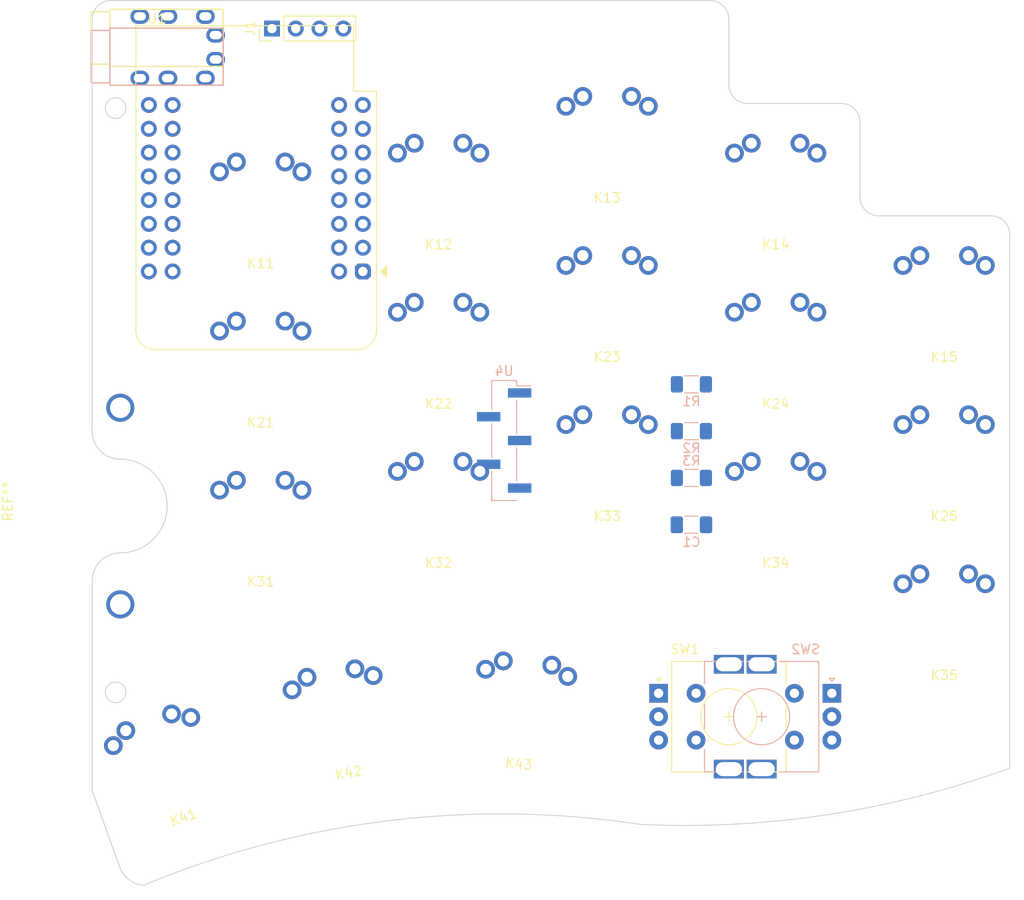
<source format=kicad_pcb>
(kicad_pcb (version 20211014) (generator pcbnew)
  (layers (0 "F.Cu" signal) (31 "B.Cu" signal) (34 "B.Paste" user) (35 "F.Paste" user) (36 "B.SilkS" user "B.Silkscreen") (37 "F.SilkS" user "F.Silkscreen") (38 "B.Mask" user) (39 "F.Mask" user) (44 "Edge.Cuts" user))
  (net 0 "")
  (net 1 "+5V")
  (net 2 "TP_RST")
  (net 3 "SDA")
  (net 4 "SCL")
  (net 5 "+3V3")
  (net 6 "GND")
  (net 7 "/k11")
  (net 8 "/k12")
  (net 9 "/k13")
  (net 10 "/k14")
  (net 11 "/k15")
  (net 12 "/k21")
  (net 13 "/k22")
  (net 14 "/k23")
  (net 15 "/k24")
  (net 16 "/k25")
  (net 17 "/k31")
  (net 18 "/k32")
  (net 19 "/k33")
  (net 20 "/k34")
  (net 21 "/k35")
  (net 22 "/k41")
  (net 23 "/k42")
  (net 24 "/k43")
  (net 25 "TP_CLK")
  (net 26 "TP_DAT")
  (net 27 "ENA")
  (net 28 "ENB")
  (net 29 "/k44")
  (footprint "kwkb-footprint:Gateron Choc Reversible" (layer "F.Cu") (at 173.5 125.5 10)
    (fp_text reference "K42" (at 0 5.08 10 unlocked) (layer "F.SilkS"))
    (fp_text value "KEYSW")
    (pad "" np_thru_hole circle (at 0 0 10) (size 3.5 3.5) (drill 3.5) (layers F&B.Cu *.Mask))
    (pad "1" thru_hole circle (at -4.4 -4.7 10) (size 2 2) (drill 1.2) (layers *.Cu *.Mask) (net 6 "GND"))
    (pad "1" thru_hole circle (at -2.6 -5.75 10) (size 2 2) (drill 1.2) (layers *.Cu *.Mask) (net 6 "GND"))
    (pad "2" thru_hole circle (at 4.4 -4.7 10) (size 2 2) (drill 1.2) (layers *.Cu *.Mask) (net 23 "/k42"))
    (pad "2" thru_hole circle (at 2.6 -5.75 10) (size 2 2) (drill 1.2) (layers *.Cu *.Mask) (net 23 "/k42"))
  )
  (footprint "kwkb-footprint:WEMOS_S2_mini" (layer "F.Cu") (at 175.9125 76.945 180)
    (fp_text reference "U1" (at 22 27) (layer "F.SilkS"))
    (fp_text value "wemos-esp32-s2-mini")
    (fp_line (start 24.25 26.25) (end 24.25 -6.3) (layer "F.SilkS") (width 0.12))
    (fp_line (start -1.45 19.25) (end 1 19.25) (layer "F.SilkS") (width 0.12))
    (fp_line (start 1 19.25) (end 1 26.25) (layer "F.SilkS") (width 0.12))
    (fp_line (start 22.2 -8.35) (end 0.6 -8.35) (layer "F.SilkS") (width 0.12))
    (fp_line (start 1 26.25) (end 24.25 26.25) (layer "F.SilkS") (width 0.12))
    (fp_line (start -1.45 19.25) (end -1.45 -6.3) (layer "F.SilkS") (width 0.12))
    (fp_arc (start -1.45 -6.3) (mid -0.849569 -7.749569) (end 0.6 -8.35) (layer "F.SilkS") (width 0.12))
    (fp_arc (start 22.2 -8.35) (mid 23.649569 -7.749569) (end 24.25 -6.3) (layer "F.SilkS") (width 0.12))
    (fp_poly (pts (xy -2.54 -0.635) (xy -2.54 0.635) (xy -1.905 0)) (layer "F.SilkS") (width 0.12) (fill solid))
    (pad "1" thru_hole circle (at 2.54 0 180) (size 1.7 1.7) (drill 1) (layers *.Cu *.Mask))
    (pad "2" thru_hole roundrect (at 0 0 180) (size 1.7 1.7) (drill 1) (layers *.Cu *.Mask) (roundrect_rratio 0.35) (chamfer_ratio 0.2) (chamfer top_left bottom_right))
    (pad "3" thru_hole circle (at 2.54 2.54 180) (size 1.7 1.7) (drill 1) (layers *.Cu *.Mask))
    (pad "4" thru_hole circle (at 0 2.54 180) (size 1.7 1.7) (drill 1) (layers *.Cu *.Mask))
    (pad "5" thru_hole circle (at 2.54 5.08 180) (size 1.7 1.7) (drill 1) (layers *.Cu *.Mask))
    (pad "6" thru_hole circle (at 0 5.08 180) (size 1.7 1.7) (drill 1) (layers *.Cu *.Mask))
    (pad "7" thru_hole circle (at 2.54 7.62 180) (size 1.7 1.7) (drill 1) (layers *.Cu *.Mask))
    (pad "8" thru_hole circle (at 0 7.62 180) (size 1.7 1.7) (drill 1) (layers *.Cu *.Mask))
    (pad "9" thru_hole circle (at 2.54 10.16 180) (size 1.7 1.7) (drill 1) (layers *.Cu *.Mask))
    (pad "10" thru_hole circle (at 0 10.16 180) (size 1.7 1.7) (drill 1) (layers *.Cu *.Mask))
    (pad "11" thru_hole circle (at 2.54 12.7 180) (size 1.7 1.7) (drill 1) (layers *.Cu *.Mask))
    (pad "12" thru_hole circle (at 0 12.7 180) (size 1.7 1.7) (drill 1) (layers *.Cu *.Mask))
    (pad "13" thru_hole circle (at 2.54 15.24 180) (size 1.7 1.7) (drill 1) (layers *.Cu *.Mask))
    (pad "14" thru_hole circle (at 0 15.24 180) (size 1.7 1.7) (drill 1) (layers *.Cu *.Mask))
    (pad "15" thru_hole circle (at 2.54 17.78 180) (size 1.7 1.7) (drill 1) (layers *.Cu *.Mask))
    (pad "16" thru_hole circle (at 0 17.78 180) (size 1.7 1.7) (drill 1) (layers *.Cu *.Mask) (net 5 "+3V3"))
    (pad "17" thru_hole circle (at 22.86 17.78 180) (size 1.7 1.7) (drill 1) (layers *.Cu *.Mask) (net 1 "+5V"))
    (pad "18" thru_hole circle (at 20.32 17.78 180) (size 1.7 1.7) (drill 1) (layers *.Cu *.Mask))
    (pad "19" thru_hole circle (at 22.86 15.24 180) (size 1.7 1.7) (drill 1) (layers *.Cu *.Mask) (net 6 "GND"))
    (pad "20" thru_hole circle (at 20.32 15.24 180) (size 1.7 1.7) (drill 1) (layers *.Cu *.Mask) (net 6 "GND"))
    (pad "21" thru_hole circle (at 22.86 12.7 180) (size 1.7 1.7) (drill 1) (layers *.Cu *.Mask))
    (pad "22" thru_hole circle (at 20.32 12.7 180) (size 1.7 1.7) (drill 1) (layers *.Cu *.Mask))
    (pad "23" thru_hole circle (at 22.86 10.16 180) (size 1.7 1.7) (drill 1) (layers *.Cu *.Mask))
    (pad "24" thru_hole circle (at 20.32 10.16 180) (size 1.7 1.7) (drill 1) (layers *.Cu *.Mask))
    (pad "25" thru_hole circle (at 22.86 7.62 180) (size 1.7 1.7) (drill 1) (layers *.Cu *.Mask))
    (pad "26" thru_hole circle (at 20.32 7.62 180) (size 1.7 1.7) (drill 1) (layers *.Cu *.Mask))
    (pad "27" thru_hole circle (at 22.86 5.08 180) (size 1.7 1.7) (drill 1) (layers *.Cu *.Mask))
    (pad "28" thru_hole circle (at 20.32 5.08 180) (size 1.7 1.7) (drill 1) (layers *.Cu *.Mask))
    (pad "29" thru_hole circle (at 22.86 2.54 180) (size 1.7 1.7) (drill 1) (layers *.Cu *.Mask))
    (pad "30" thru_hole circle (at 20.32 2.54 180) (size 1.7 1.7) (drill 1) (layers *.Cu *.Mask))
    (pad "31" thru_hole circle (at 22.86 0 180) (size 1.7 1.7) (drill 1) (layers *.Cu *.Mask))
    (pad "32" thru_hole circle (at 20.32 0 180) (size 1.7 1.7) (drill 1) (layers *.Cu *.Mask))
  )
  (footprint "kwkb-footprint:Gateron Choc Reversible" (layer "F.Cu") (at 238 115)
    (fp_text reference "K35" (at 0 5.08 unlocked) (layer "F.SilkS"))
    (fp_text value "KEYSW")
    (pad "" np_thru_hole circle (at 0 0) (size 3.5 3.5) (drill 3.5) (layers F&B.Cu *.Mask))
    (pad "1" thru_hole circle (at -2.6 -5.75) (size 2 2) (drill 1.2) (layers *.Cu *.Mask) (net 6 "GND"))
    (pad "1" thru_hole circle (at -4.4 -4.7) (size 2 2) (drill 1.2) (layers *.Cu *.Mask) (net 6 "GND"))
    (pad "2" thru_hole circle (at 4.4 -4.7) (size 2 2) (drill 1.2) (layers *.Cu *.Mask) (net 21 "/k35"))
    (pad "2" thru_hole circle (at 2.6 -5.75) (size 2 2) (drill 1.2) (layers *.Cu *.Mask) (net 21 "/k35"))
  )
  (footprint "kwkb-footprint:Gateron Choc Reversible" (layer "F.Cu") (at 165 88)
    (fp_text reference "K21" (at 0 5.08 unlocked) (layer "F.SilkS"))
    (fp_text value "KEYSW")
    (pad "" np_thru_hole circle (at 0 0) (size 3.5 3.5) (drill 3.5) (layers F&B.Cu *.Mask))
    (pad "1" thru_hole circle (at -4.4 -4.7) (size 2 2) (drill 1.2) (layers *.Cu *.Mask) (net 6 "GND"))
    (pad "1" thru_hole circle (at -2.6 -5.75) (size 2 2) (drill 1.2) (layers *.Cu *.Mask) (net 6 "GND"))
    (pad "2" thru_hole circle (at 4.4 -4.7) (size 2 2) (drill 1.2) (layers *.Cu *.Mask) (net 12 "/k21"))
    (pad "2" thru_hole circle (at 2.6 -5.75) (size 2 2) (drill 1.2) (layers *.Cu *.Mask) (net 12 "/k21"))
  )
  (footprint "kwkb-footprint:Gateron Choc Reversible" (layer "F.Cu") (at 220 103)
    (fp_text reference "K34" (at 0 5.08 unlocked) (layer "F.SilkS"))
    (fp_text value "KEYSW")
    (pad "" np_thru_hole circle (at 0 0) (size 3.5 3.5) (drill 3.5) (layers F&B.Cu *.Mask))
    (pad "1" thru_hole circle (at -2.6 -5.75) (size 2 2) (drill 1.2) (layers *.Cu *.Mask) (net 6 "GND"))
    (pad "1" thru_hole circle (at -4.4 -4.7) (size 2 2) (drill 1.2) (layers *.Cu *.Mask) (net 6 "GND"))
    (pad "2" thru_hole circle (at 2.6 -5.75) (size 2 2) (drill 1.2) (layers *.Cu *.Mask) (net 20 "/k34"))
    (pad "2" thru_hole circle (at 4.4 -4.7) (size 2 2) (drill 1.2) (layers *.Cu *.Mask) (net 20 "/k34"))
  )
  (footprint "Connector_PinHeader_2.54mm:PinHeader_1x04_P2.54mm_Vertical" (layer "F.Cu") (at 166.2 51 90)
    (fp_text reference "J1" (at 0 -2.33 90) (layer "F.SilkS"))
    (fp_text value "OLED")
    (fp_line (start -1.33 -1.33) (end 0 -1.33) (layer "F.SilkS") (width 0.12))
    (fp_line (start -1.33 1.27) (end -1.33 8.95) (layer "F.SilkS") (width 0.12))
    (fp_line (start -1.33 8.95) (end 1.33 8.95) (layer "F.SilkS") (width 0.12))
    (fp_line (start 1.33 1.27) (end 1.33 8.95) (layer "F.SilkS") (width 0.12))
    (fp_line (start -1.33 0) (end -1.33 -1.33) (layer "F.SilkS") (width 0.12))
    (fp_line (start -1.33 1.27) (end 1.33 1.27) (layer "F.SilkS") (width 0.12))
    (pad "1" thru_hole rect (at 0 0 90) (size 1.7 1.7) (drill 1) (layers *.Cu *.Mask) (net 3 "SDA"))
    (pad "2" thru_hole oval (at 0 2.54 90) (size 1.7 1.7) (drill 1) (layers *.Cu *.Mask) (net 4 "SCL"))
    (pad "3" thru_hole oval (at 0 5.08 90) (size 1.7 1.7) (drill 1) (layers *.Cu *.Mask) (net 5 "+3V3"))
    (pad "4" thru_hole oval (at 0 7.62 90) (size 1.7 1.7) (drill 1) (layers *.Cu *.Mask) (net 6 "GND"))
  )
  (footprint "kwkb-footprint:Gateron Choc Reversible" (layer "F.Cu") (at 184 69)
    (fp_text reference "K12" (at 0 5.08 unlocked) (layer "F.SilkS"))
    (fp_text value "KEYSW")
    (pad "" np_thru_hole circle (at 0 0) (size 3.5 3.5) (drill 3.5) (layers F&B.Cu *.Mask))
    (pad "1" thru_hole circle (at -4.4 -4.7) (size 2 2) (drill 1.2) (layers *.Cu *.Mask) (net 6 "GND"))
    (pad "1" thru_hole circle (at -2.6 -5.75) (size 2 2) (drill 1.2) (layers *.Cu *.Mask) (net 6 "GND"))
    (pad "2" thru_hole circle (at 4.4 -4.7) (size 2 2) (drill 1.2) (layers *.Cu *.Mask) (net 8 "/k12"))
    (pad "2" thru_hole circle (at 2.6 -5.75) (size 2 2) (drill 1.2) (layers *.Cu *.Mask) (net 8 "/k12"))
  )
  (footprint "kwkb-footprint:Gateron Choc Reversible" (layer "F.Cu") (at 184 103)
    (fp_text reference "K32" (at 0 5.08 unlocked) (layer "F.SilkS"))
    (fp_text value "KEYSW")
    (pad "" np_thru_hole circle (at 0 0) (size 3.5 3.5) (drill 3.5) (layers F&B.Cu *.Mask))
    (pad "1" thru_hole circle (at -2.6 -5.75) (size 2 2) (drill 1.2) (layers *.Cu *.Mask) (net 6 "GND"))
    (pad "1" thru_hole circle (at -4.4 -4.7) (size 2 2) (drill 1.2) (layers *.Cu *.Mask) (net 6 "GND"))
    (pad "2" thru_hole circle (at 2.6 -5.75) (size 2 2) (drill 1.2) (layers *.Cu *.Mask) (net 18 "/k32"))
    (pad "2" thru_hole circle (at 4.4 -4.7) (size 2 2) (drill 1.2) (layers *.Cu *.Mask) (net 18 "/k32"))
  )
  (footprint "kwkb-footprint:Gateron Choc Reversible" (layer "F.Cu") (at 165 71)
    (fp_text reference "K11" (at 0 5.08 unlocked) (layer "F.SilkS"))
    (fp_text value "KEYSW")
    (pad "" np_thru_hole circle (at 0 0) (size 3.5 3.5) (drill 3.5) (layers F&B.Cu *.Mask))
    (pad "1" thru_hole circle (at -2.6 -5.75) (size 2 2) (drill 1.2) (layers *.Cu *.Mask) (net 6 "GND"))
    (pad "1" thru_hole circle (at -4.4 -4.7) (size 2 2) (drill 1.2) (layers *.Cu *.Mask) (net 6 "GND"))
    (pad "2" thru_hole circle (at 4.4 -4.7) (size 2 2) (drill 1.2) (layers *.Cu *.Mask) (net 7 "/k11"))
    (pad "2" thru_hole circle (at 2.6 -5.75) (size 2 2) (drill 1.2) (layers *.Cu *.Mask) (net 7 "/k11"))
  )
  (footprint "kwkb-footprint:T400-Trackpoint" (layer "F.Cu") (at 142 102 90)
    (fp_text reference "REF**" (at 0.5 -4 90 unlocked) (layer "F.SilkS"))
    (fp_text value "T400-Trackpoint")
    (pad "" np_thru_hole circle (at -10.5 8 90) (size 3 3) (drill 2.2) (layers F&B.Cu *.Mask))
    (pad "" np_thru_hole circle (at 10.5 8 90) (size 3 3) (drill 2.2) (layers F&B.Cu *.Mask))
  )
  (footprint "kwkb-footprint:Gateron Choc Reversible" (layer "F.Cu") (at 165 105)
    (fp_text reference "K31" (at 0 5.08 unlocked) (layer "F.SilkS"))
    (fp_text value "KEYSW")
    (pad "" np_thru_hole circle (at 0 0) (size 3.5 3.5) (drill 3.5) (layers F&B.Cu *.Mask))
    (pad "1" thru_hole circle (at -2.6 -5.75) (size 2 2) (drill 1.2) (layers *.Cu *.Mask) (net 6 "GND"))
    (pad "1" thru_hole circle (at -4.4 -4.7) (size 2 2) (drill 1.2) (layers *.Cu *.Mask) (net 6 "GND"))
    (pad "2" thru_hole circle (at 2.6 -5.75) (size 2 2) (drill 1.2) (layers *.Cu *.Mask) (net 17 "/k31"))
    (pad "2" thru_hole circle (at 4.4 -4.7) (size 2 2) (drill 1.2) (layers *.Cu *.Mask) (net 17 "/k31"))
  )
  (footprint "kwkb-footprint:Gateron Choc Reversible" (layer "F.Cu") (at 184 86)
    (fp_text reference "K22" (at 0 5.08 unlocked) (layer "F.SilkS"))
    (fp_text value "KEYSW")
    (pad "" np_thru_hole circle (at 0 0) (size 3.5 3.5) (drill 3.5) (layers F&B.Cu *.Mask))
    (pad "1" thru_hole circle (at -2.6 -5.75) (size 2 2) (drill 1.2) (layers *.Cu *.Mask) (net 6 "GND"))
    (pad "1" thru_hole circle (at -4.4 -4.7) (size 2 2) (drill 1.2) (layers *.Cu *.Mask) (net 6 "GND"))
    (pad "2" thru_hole circle (at 4.4 -4.7) (size 2 2) (drill 1.2) (layers *.Cu *.Mask) (net 13 "/k22"))
    (pad "2" thru_hole circle (at 2.6 -5.75) (size 2 2) (drill 1.2) (layers *.Cu *.Mask) (net 13 "/k22"))
  )
  (footprint "Rotary_Encoder:RotaryEncoder_Alps_EC11E-Switch_Vertical_H20mm" (layer "F.Cu") (at 207.5 122)
    (fp_text reference "SW1" (at 2.8 -4.7) (layer "F.SilkS"))
    (fp_text value "RotaryEncoder_Switch")
    (fp_line (start 13.6 1.2) (end 13.6 3.8) (layer "F.SilkS") (width 0.12))
    (fp_line (start 5.5 8.4) (end 1.4 8.4) (layer "F.SilkS") (width 0.12))
    (fp_line (start 7 2.5) (end 8 2.5) (layer "F.SilkS") (width 0.12))
    (fp_line (start 0.3 -1.6) (end 0 -1.3) (layer "F.SilkS") (width 0.12))
    (fp_line (start 9.5 -3.4) (end 13.6 -3.4) (layer "F.SilkS") (width 0.12))
    (fp_line (start 0 -1.3) (end -0.3 -1.6) (layer "F.SilkS") (width 0.12))
    (fp_line (start 13.6 6) (end 13.6 8.4) (layer "F.SilkS") (width 0.12))
    (fp_line (start 13.6 -3.4) (end 13.6 -1) (layer "F.SilkS") (width 0.12))
    (fp_line (start 5.5 -3.4) (end 1.4 -3.4) (layer "F.SilkS") (width 0.12))
    (fp_line (start -0.3 -1.6) (end 0.3 -1.6) (layer "F.SilkS") (width 0.12))
    (fp_line (start 7.5 2) (end 7.5 3) (layer "F.SilkS") (width 0.12))
    (fp_line (start 13.6 8.4) (end 9.5 8.4) (layer "F.SilkS") (width 0.12))
    (fp_line (start 1.4 -3.4) (end 1.4 8.4) (layer "F.SilkS") (width 0.12))
    (fp_circle (center 7.5 2.5) (end 10.5 2.5) (layer "F.SilkS") (width 0.12) (fill none))
    (pad "A" thru_hole rect (at 0 0) (size 2 2) (drill 1) (layers *.Cu *.Mask) (net 27 "ENA"))
    (pad "B" thru_hole circle (at 0 5) (size 2 2) (drill 1) (layers *.Cu *.Mask) (net 28 "ENB"))
    (pad "C" thru_hole circle (at 0 2.5) (size 2 2) (drill 1) (layers *.Cu *.Mask) (net 6 "GND"))
    (pad "MP" thru_hole rect (at 7.5 8.1) (size 3.2 2) (drill oval 2.8 1.5) (layers *.Cu *.Mask))
    (pad "MP" thru_hole rect (at 7.5 -3.1) (size 3.2 2) (drill oval 2.8 1.5) (layers *.Cu *.Mask))
    (pad "S1" thru_hole circle (at 14.5 5) (size 2 2) (drill 1) (layers *.Cu *.Mask) (net 6 "GND"))
    (pad "S2" thru_hole circle (at 14.5 0) (size 2 2) (drill 1) (layers *.Cu *.Mask) (net 29 "/k44"))
  )
  (footprint "kwkb-footprint:Gateron Choc Reversible" (layer "F.Cu") (at 202 81)
    (fp_text reference "K23" (at 0 5.08 unlocked) (layer "F.SilkS"))
    (fp_text value "KEYSW")
    (pad "" np_thru_hole circle (at 0 0) (size 3.5 3.5) (drill 3.5) (layers F&B.Cu *.Mask))
    (pad "1" thru_hole circle (at -4.4 -4.7) (size 2 2) (drill 1.2) (layers *.Cu *.Mask) (net 6 "GND"))
    (pad "1" thru_hole circle (at -2.6 -5.75) (size 2 2) (drill 1.2) (layers *.Cu *.Mask) (net 6 "GND"))
    (pad "2" thru_hole circle (at 4.4 -4.7) (size 2 2) (drill 1.2) (layers *.Cu *.Mask) (net 14 "/k23"))
    (pad "2" thru_hole circle (at 2.6 -5.75) (size 2 2) (drill 1.2) (layers *.Cu *.Mask) (net 14 "/k23"))
  )
  (footprint "kwkb-footprint:TRRS-PJ-320A" (layer "F.Cu") (at 148.8875 52 90)
    (fp_text reference "U2")
    (fp_text value "TRRS")
    (fp_line (start 3.05 0) (end -3.05 0) (layer "F.SilkS") (width 0.15))
    (fp_line (start 2.8 -2) (end -2.8 -2) (layer "F.SilkS") (width 0.15))
    (fp_line (start 3.05 12.1) (end -3.05 12.1) (layer "F.SilkS") (width 0.15))
    (fp_line (start 2.8 0) (end 2.8 -2) (layer "F.SilkS") (width 0.15))
    (fp_line (start -2.8 0) (end -2.8 -2) (layer "F.SilkS") (width 0.15))
    (fp_line (start -3.05 0) (end -3.05 12.1) (layer "F.SilkS") (width 0.15))
    (fp_line (start 3.05 0) (end 3.05 12.1) (layer "F.SilkS") (width 0.15))
    (pad "" np_thru_hole circle locked (at 0 1.6 90) (size 0.8 0.8) (drill 0.8) (layers *.Cu *.Mask))
    (pad "" np_thru_hole circle locked (at 0 8.6 90) (size 0.8 0.8) (drill 0.8) (layers *.Cu *.Mask))
    (pad "1" thru_hole oval locked (at -2.3 11.3 90) (size 1.6 2) (drill oval 0.9 1.3) (layers *.Cu *.Mask))
    (pad "2" thru_hole oval locked (at 2.3 10.2 90) (size 1.6 2) (drill oval 0.9 1.3) (layers *.Cu *.Mask))
    (pad "3" thru_hole oval locked (at 2.3 6.2 90) (size 1.6 2) (drill oval 0.9 1.3) (layers *.Cu *.Mask))
    (pad "4" thru_hole oval locked (at 2.3 3.2 90) (size 1.6 2) (drill oval 0.9 1.3) (layers *.Cu *.Mask))
  )
  (footprint "kwkb-footprint:Gateron Choc Reversible" (layer "F.Cu") (at 220 69)
    (fp_text reference "K14" (at 0 5.08 unlocked) (layer "F.SilkS"))
    (fp_text value "KEYSW")
    (pad "" np_thru_hole circle (at 0 0) (size 3.5 3.5) (drill 3.5) (layers F&B.Cu *.Mask))
    (pad "1" thru_hole circle (at -4.4 -4.7) (size 2 2) (drill 1.2) (layers *.Cu *.Mask) (net 6 "GND"))
    (pad "1" thru_hole circle (at -2.6 -5.75) (size 2 2) (drill 1.2) (layers *.Cu *.Mask) (net 6 "GND"))
    (pad "2" thru_hole circle (at 4.4 -4.7) (size 2 2) (drill 1.2) (layers *.Cu *.Mask) (net 10 "/k14"))
    (pad "2" thru_hole circle (at 2.6 -5.75) (size 2 2) (drill 1.2) (layers *.Cu *.Mask) (net 10 "/k14"))
  )
  (footprint "kwkb-footprint:Gateron Choc Reversible" (layer "F.Cu") (at 202 98)
    (fp_text reference "K33" (at 0 5.08 unlocked) (layer "F.SilkS"))
    (fp_text value "KEYSW")
    (pad "" np_thru_hole circle (at 0 0) (size 3.5 3.5) (drill 3.5) (layers F&B.Cu *.Mask))
    (pad "1" thru_hole circle (at -2.6 -5.75) (size 2 2) (drill 1.2) (layers *.Cu *.Mask) (net 6 "GND"))
    (pad "1" thru_hole circle (at -4.4 -4.7) (size 2 2) (drill 1.2) (layers *.Cu *.Mask) (net 6 "GND"))
    (pad "2" thru_hole circle (at 4.4 -4.7) (size 2 2) (drill 1.2) (layers *.Cu *.Mask) (net 19 "/k33"))
    (pad "2" thru_hole circle (at 2.6 -5.75) (size 2 2) (drill 1.2) (layers *.Cu *.Mask) (net 19 "/k33"))
  )
  (footprint "kwkb-footprint:Gateron Choc Reversible" (layer "F.Cu") (at 220 86)
    (fp_text reference "K24" (at 0 5.08 unlocked) (layer "F.SilkS"))
    (fp_text value "KEYSW")
    (pad "" np_thru_hole circle (at 0 0) (size 3.5 3.5) (drill 3.5) (layers F&B.Cu *.Mask))
    (pad "1" thru_hole circle (at -2.6 -5.75) (size 2 2) (drill 1.2) (layers *.Cu *.Mask) (net 6 "GND"))
    (pad "1" thru_hole circle (at -4.4 -4.7) (size 2 2) (drill 1.2) (layers *.Cu *.Mask) (net 6 "GND"))
    (pad "2" thru_hole circle (at 4.4 -4.7) (size 2 2) (drill 1.2) (layers *.Cu *.Mask) (net 15 "/k24"))
    (pad "2" thru_hole circle (at 2.6 -5.75) (size 2 2) (drill 1.2) (layers *.Cu *.Mask) (net 15 "/k24"))
  )
  (footprint "kwkb-footprint:Gateron Choc Reversible" (layer "F.Cu") (at 155 130.5 20)
    (fp_text reference "K41" (at 0 5.08 20 unlocked) (layer "F.SilkS"))
    (fp_text value "KEYSW")
    (pad "" np_thru_hole circle (at 0 0 20) (size 3.5 3.5) (drill 3.5) (layers F&B.Cu *.Mask))
    (pad "1" thru_hole circle (at -4.4 -4.7 20) (size 2 2) (drill 1.2) (layers *.Cu *.Mask) (net 6 "GND"))
    (pad "1" thru_hole circle (at -2.6 -5.75 20) (size 2 2) (drill 1.2) (layers *.Cu *.Mask) (net 6 "GND"))
    (pad "2" thru_hole circle (at 2.6 -5.75 20) (size 2 2) (drill 1.2) (layers *.Cu *.Mask) (net 22 "/k41"))
    (pad "2" thru_hole circle (at 4.4 -4.7 20) (size 2 2) (drill 1.2) (layers *.Cu *.Mask) (net 22 "/k41"))
  )
  (footprint "kwkb-footprint:Gateron Choc Reversible" (layer "F.Cu") (at 238 81)
    (fp_text reference "K15" (at 0 5.08 unlocked) (layer "F.SilkS"))
    (fp_text value "KEYSW")
    (pad "" np_thru_hole circle (at 0 0) (size 3.5 3.5) (drill 3.5) (layers F&B.Cu *.Mask))
    (pad "1" thru_hole circle (at -4.4 -4.7) (size 2 2) (drill 1.2) (layers *.Cu *.Mask) (net 6 "GND"))
    (pad "1" thru_hole circle (at -2.6 -5.75) (size 2 2) (drill 1.2) (layers *.Cu *.Mask) (net 6 "GND"))
    (pad "2" thru_hole circle (at 4.4 -4.7) (size 2 2) (drill 1.2) (layers *.Cu *.Mask) (net 11 "/k15"))
    (pad "2" thru_hole circle (at 2.6 -5.75) (size 2 2) (drill 1.2) (layers *.Cu *.Mask) (net 11 "/k15"))
  )
  (footprint "kwkb-footprint:Gateron Choc Reversible" (layer "F.Cu") (at 202 64)
    (fp_text reference "K13" (at 0 5.08 unlocked) (layer "F.SilkS"))
    (fp_text value "KEYSW")
    (pad "" np_thru_hole circle (at 0 0) (size 3.5 3.5) (drill 3.5) (layers F&B.Cu *.Mask))
    (pad "1" thru_hole circle (at -2.6 -5.75) (size 2 2) (drill 1.2) (layers *.Cu *.Mask) (net 6 "GND"))
    (pad "1" thru_hole circle (at -4.4 -4.7) (size 2 2) (drill 1.2) (layers *.Cu *.Mask) (net 6 "GND"))
    (pad "2" thru_hole circle (at 4.4 -4.7) (size 2 2) (drill 1.2) (layers *.Cu *.Mask) (net 9 "/k13"))
    (pad "2" thru_hole circle (at 2.6 -5.75) (size 2 2) (drill 1.2) (layers *.Cu *.Mask) (net 9 "/k13"))
  )
  (footprint "kwkb-footprint:Gateron Choc Reversible" (layer "F.Cu") (at 193 124.5 -5)
    (fp_text reference "K43" (at 0 5.08 -5 unlocked) (layer "F.SilkS"))
    (fp_text value "KEYSW")
    (pad "" np_thru_hole circle (at 0 0 355) (size 3.5 3.5) (drill 3.5) (layers F&B.Cu *.Mask))
    (pad "1" thru_hole circle (at -4.4 -4.7 355) (size 2 2) (drill 1.2) (layers *.Cu *.Mask) (net 6 "GND"))
    (pad "1" thru_hole circle (at -2.6 -5.75 355) (size 2 2) (drill 1.2) (layers *.Cu *.Mask) (net 6 "GND"))
    (pad "2" thru_hole circle (at 2.6 -5.75 355) (size 2 2) (drill 1.2) (layers *.Cu *.Mask) (net 24 "/k43"))
    (pad "2" thru_hole circle (at 4.4 -4.7 355) (size 2 2) (drill 1.2) (layers *.Cu *.Mask) (net 24 "/k43"))
  )
  (footprint "kwkb-footprint:Gateron Choc Reversible" (layer "F.Cu") (at 238 98)
    (fp_text reference "K25" (at 0 5.08 unlocked) (layer "F.SilkS"))
    (fp_text value "KEYSW")
    (pad "" np_thru_hole circle (at 0 0) (size 3.5 3.5) (drill 3.5) (layers F&B.Cu *.Mask))
    (pad "1" thru_hole circle (at -2.6 -5.75) (size 2 2) (drill 1.2) (layers *.Cu *.Mask) (net 6 "GND"))
    (pad "1" thru_hole circle (at -4.4 -4.7) (size 2 2) (drill 1.2) (layers *.Cu *.Mask) (net 6 "GND"))
    (pad "2" thru_hole circle (at 4.4 -4.7) (size 2 2) (drill 1.2) (layers *.Cu *.Mask) (net 16 "/k25"))
    (pad "2" thru_hole circle (at 2.6 -5.75) (size 2 2) (drill 1.2) (layers *.Cu *.Mask) (net 16 "/k25"))
  )
  (footprint "Resistor_SMD:R_1206_3216Metric_Pad1.30x1.75mm_HandSolder" (layer "B.Cu") (at 211 89)
    (fp_text reference "R1" (at 0 1.82) (layer "B.SilkS") (effects (justify mirror)))
    (fp_text value "4.7k")
    (fp_line (start -0.727064 0.91) (end 0.727064 0.91) (layer "B.SilkS") (width 0.12))
    (fp_line (start -0.727064 -0.91) (end 0.727064 -0.91) (layer "B.SilkS") (width 0.12))
    (pad "1" smd roundrect (at -1.55 0) (size 1.3 1.75) (layers "B.Cu" "B.Paste" "B.Mask") (roundrect_rratio 0.192308) (net 1 "+5V"))
    (pad "2" smd roundrect (at 1.55 0) (size 1.3 1.75) (layers "B.Cu" "B.Paste" "B.Mask") (roundrect_rratio 0.192308) (net 25 "TP_CLK"))
  )
  (footprint "Connector_PinHeader_2.54mm:PinHeader_1x05_P2.54mm_Vertical_SMD_Pin1Left" (layer "B.Cu") (at 191 95 180)
    (fp_text reference "U4" (at 0 7.41) (layer "B.SilkS") (effects (justify mirror)))
    (fp_text value "trackpoint")
    (fp_line (start -1.33 -0.76) (end -1.33 -4.32) (layer "B.SilkS") (width 0.12))
    (fp_line (start -1.33 6.41) (end -1.33 5.84) (layer "B.SilkS") (width 0.12))
    (fp_line (start 1.33 6.41) (end 1.33 3.3) (layer "B.SilkS") (width 0.12))
    (fp_line (start 1.33 -5.84) (end 1.33 -6.41) (layer "B.SilkS") (width 0.12))
    (fp_line (start 1.33 1.78) (end 1.33 -1.78) (layer "B.SilkS") (width 0.12))
    (fp_line (start -1.33 5.84) (end -2.85 5.84) (layer "B.SilkS") (width 0.12))
    (fp_line (start 1.33 -3.3) (end 1.33 -6.41) (layer "B.SilkS") (width 0.12))
    (fp_line (start -1.33 4.32) (end -1.33 0.76) (layer "B.SilkS") (width 0.12))
    (fp_line (start -1.33 -6.41) (end 1.33 -6.41) (layer "B.SilkS") (width 0.12))
    (fp_line (start -1.33 6.41) (end 1.33 6.41) (layer "B.SilkS") (width 0.12))
    (pad "1" smd rect (at -1.655 5.08 180) (size 2.51 1) (layers "B.Cu" "B.Paste" "B.Mask") (net 2 "TP_RST"))
    (pad "2" smd rect (at 1.655 2.54 180) (size 2.51 1) (layers "B.Cu" "B.Paste" "B.Mask") (net 26 "TP_DAT"))
    (pad "3" smd rect (at -1.655 0 180) (size 2.51 1) (layers "B.Cu" "B.Paste" "B.Mask") (net 25 "TP_CLK"))
    (pad "4" smd rect (at 1.655 -2.54 180) (size 2.51 1) (layers "B.Cu" "B.Paste" "B.Mask") (net 6 "GND"))
    (pad "5" smd rect (at -1.655 -5.08 180) (size 2.51 1) (layers "B.Cu" "B.Paste" "B.Mask") (net 1 "+5V"))
  )
  (footprint "Resistor_SMD:R_1206_3216Metric_Pad1.30x1.75mm_HandSolder" (layer "B.Cu") (at 211 94)
    (fp_text reference "R2" (at 0 1.82) (layer "B.SilkS") (effects (justify mirror)))
    (fp_text value "4.7k")
    (fp_line (start -0.727064 -0.91) (end 0.727064 -0.91) (layer "B.SilkS") (width 0.12))
    (fp_line (start -0.727064 0.91) (end 0.727064 0.91) (layer "B.SilkS") (width 0.12))
    (pad "1" smd roundrect (at -1.55 0) (size 1.3 1.75) (layers "B.Cu" "B.Paste" "B.Mask") (roundrect_rratio 0.192308) (net 1 "+5V"))
    (pad "2" smd roundrect (at 1.55 0) (size 1.3 1.75) (layers "B.Cu" "B.Paste" "B.Mask") (roundrect_rratio 0.192308) (net 26 "TP_DAT"))
  )
  (footprint "Rotary_Encoder:RotaryEncoder_Alps_EC11E-Switch_Vertical_H20mm" (layer "B.Cu") (at 226 122 180)
    (fp_text reference "SW2" (at 2.8 4.7) (layer "B.SilkS") (effects (justify mirror)))
    (fp_text value "RotaryEncoder_Switch")
    (fp_line (start 5.5 -8.4) (end 1.4 -8.4) (layer "B.SilkS") (width 0.12))
    (fp_line (start 0.3 1.6) (end 0 1.3) (layer "B.SilkS") (width 0.12))
    (fp_line (start 7.5 -2) (end 7.5 -3) (layer "B.SilkS") (width 0.12))
    (fp_line (start 13.6 -6) (end 13.6 -8.4) (layer "B.SilkS") (width 0.12))
    (fp_line (start 13.6 3.4) (end 13.6 1) (layer "B.SilkS") (width 0.12))
    (fp_line (start 0 1.3) (end -0.3 1.6) (layer "B.SilkS") (width 0.12))
    (fp_line (start 13.6 -1.2) (end 13.6 -3.8) (layer "B.SilkS") (width 0.12))
    (fp_line (start 13.6 -8.4) (end 9.5 -8.4) (layer "B.SilkS") (width 0.12))
    (fp_line (start 7 -2.5) (end 8 -2.5) (layer "B.SilkS") (width 0.12))
    (fp_line (start -0.3 1.6) (end 0.3 1.6) (layer "B.SilkS") (width 0.12))
    (fp_line (start 1.4 3.4) (end 1.4 -8.4) (layer "B.SilkS") (width 0.12))
    (fp_line (start 9.5 3.4) (end 13.6 3.4) (layer "B.SilkS") (width 0.12))
    (fp_line (start 5.5 3.4) (end 1.4 3.4) (layer "B.SilkS") (width 0.12))
    (fp_circle (center 7.5 -2.5) (end 10.5 -2.5) (layer "B.SilkS") (width 0.12) (fill none))
    (pad "A" thru_hole rect (at 0 0 180) (size 2 2) (drill 1) (layers *.Cu *.Mask) (net 27 "ENA"))
    (pad "B" thru_hole circle (at 0 -5 180) (size 2 2) (drill 1) (layers *.Cu *.Mask) (net 28 "ENB"))
    (pad "C" thru_hole circle (at 0 -2.5 180) (size 2 2) (drill 1) (layers *.Cu *.Mask) (net 6 "GND"))
    (pad "MP" thru_hole rect (at 7.5 -8.1 180) (size 3.2 2) (drill oval 2.8 1.5) (layers *.Cu *.Mask))
    (pad "MP" thru_hole rect (at 7.5 3.1 180) (size 3.2 2) (drill oval 2.8 1.5) (layers *.Cu *.Mask))
    (pad "S1" thru_hole circle (at 14.5 -5 180) (size 2 2) (drill 1) (layers *.Cu *.Mask) (net 6 "GND"))
    (pad "S2" thru_hole circle (at 14.5 0 180) (size 2 2) (drill 1) (layers *.Cu *.Mask) (net 29 "/k44"))
  )
  (footprint "Capacitor_SMD:C_1206_3216Metric_Pad1.33x1.80mm_HandSolder" (layer "B.Cu") (at 211 104)
    (fp_text reference "C1" (at 0 1.85) (layer "B.SilkS") (effects (justify mirror)))
    (fp_text value "2.2uf")
    (fp_line (start -0.711252 0.91) (end 0.711252 0.91) (layer "B.SilkS") (width 0.12))
    (fp_line (start -0.711252 -0.91) (end 0.711252 -0.91) (layer "B.SilkS") (width 0.12))
    (pad "1" smd roundrect (at -1.5625 0) (size 1.325 1.8) (layers "B.Cu" "B.Paste" "B.Mask") (roundrect_rratio 0.188679) (net 1 "+5V"))
    (pad "2" smd roundrect (at 1.5625 0) (size 1.325 1.8) (layers "B.Cu" "B.Paste" "B.Mask") (roundrect_rratio 0.188679) (net 2 "TP_RST"))
  )
  (footprint "kwkb-footprint:TRRS-PJ-320A" (layer "B.Cu") (at 148.8875 54 -90)
    (fp_text reference "U3")
    (fp_text value "TRRS")
    (fp_line (start -2.8 0) (end -2.8 2) (layer "B.SilkS") (width 0.15))
    (fp_line (start 3.05 0) (end -3.05 0) (layer "B.SilkS") (width 0.15))
    (fp_line (start 2.8 2) (end -2.8 2) (layer "B.SilkS") (width 0.15))
    (fp_line (start -3.05 0) (end -3.05 -12.1) (layer "B.SilkS") (width 0.15))
    (fp_line (start 2.8 0) (end 2.8 2) (layer "B.SilkS") (width 0.15))
    (fp_line (start 3.05 0) (end 3.05 -12.1) (layer "B.SilkS") (width 0.15))
    (fp_line (start 3.05 -12.1) (end -3.05 -12.1) (layer "B.SilkS") (width 0.15))
    (pad "" np_thru_hole circle locked (at 0 -8.6 270) (size 0.8 0.8) (drill 0.8) (layers *.Cu *.Mask))
    (pad "" np_thru_hole circle locked (at 0 -1.6 270) (size 0.8 0.8) (drill 0.8) (layers *.Cu *.Mask))
    (pad "1" thru_hole oval locked (at -2.3 -11.3 270) (size 1.6 2) (drill oval 0.9 1.3) (layers *.Cu *.Mask))
    (pad "2" thru_hole oval locked (at 2.3 -10.2 270) (size 1.6 2) (drill oval 0.9 1.3) (layers *.Cu *.Mask))
    (pad "3" thru_hole oval locked (at 2.3 -6.2 270) (size 1.6 2) (drill oval 0.9 1.3) (layers *.Cu *.Mask))
    (pad "4" thru_hole oval locked (at 2.3 -3.2 270) (size 1.6 2) (drill oval 0.9 1.3) (layers *.Cu *.Mask))
  )
  (footprint "Resistor_SMD:R_1206_3216Metric_Pad1.30x1.75mm_HandSolder" (layer "B.Cu") (at 211 99 180)
    (fp_text reference "R3" (at 0 1.82) (layer "B.SilkS") (effects (justify mirror)))
    (fp_text value "100k")
    (fp_line (start -0.727064 -0.91) (end 0.727064 -0.91) (layer "B.SilkS") (width 0.12))
    (fp_line (start -0.727064 0.91) (end 0.727064 0.91) (layer "B.SilkS") (width 0.12))
    (pad "1" smd roundrect (at -1.55 0 180) (size 1.3 1.75) (layers "B.Cu" "B.Paste" "B.Mask") (roundrect_rratio 0.192308) (net 2 "TP_RST"))
    (pad "2" smd roundrect (at 1.55 0 180) (size 1.3 1.75) (layers "B.Cu" "B.Paste" "B.Mask") (roundrect_rratio 0.192308) (net 6 "GND"))
  )
  (gr_arc (start 152.5 142.5) (mid 151.000504 141.955449) (end 150 140.712865) (layer "Edge.Cuts") (width 0.1))
  (gr_arc (start 231 71) (mid 229.585786 70.414214) (end 229 69) (layer "Edge.Cuts") (width 0.1))
  (gr_circle (center 149.5 121.9) (end 150.6 121.9) (layer "Edge.Cuts") (width 0.1) (fill none))
  (gr_line (start 147 94) (end 147 49.9) (layer "Edge.Cuts") (width 0.1))
  (gr_line (start 149 48) (end 213 48) (layer "Edge.Cuts") (width 0.1))
  (gr_line (start 231 71) (end 243 71) (layer "Edge.Cuts") (width 0.1))
  (gr_arc (start 152.5 142.5) (mid 178.555068 135.622095) (end 205.5 136) (layer "Edge.Cuts") (width 0.1))
  (gr_line (start 150 140.712865) (end 147 132.4) (layer "Edge.Cuts") (width 0.1))
  (gr_arc (start 150 97) (mid 147.87868 96.12132) (end 147 94) (layer "Edge.Cuts") (width 0.1))
  (gr_line (start 217 59) (end 227 59) (layer "Edge.Cuts") (width 0.1))
  (gr_line (start 245 130) (end 245 73) (layer "Edge.Cuts") (width 0.1))
  (gr_line (start 215 50) (end 215 57) (layer "Edge.Cuts") (width 0.1))
  (gr_circle (center 149.5 59.5) (end 150.6 59.5) (layer "Edge.Cuts") (width 0.1) (fill none))
  (gr_arc (start 243 71) (mid 244.414214 71.585786) (end 245 73) (layer "Edge.Cuts") (width 0.1))
  (gr_arc (start 213 48) (mid 214.414214 48.585786) (end 215 50) (layer "Edge.Cuts") (width 0.1))
  (gr_arc (start 147 110) (mid 147.87868 107.87868) (end 150 107) (layer "Edge.Cuts") (width 0.1))
  (gr_arc (start 227 59) (mid 228.414214 59.585786) (end 229 61) (layer "Edge.Cuts") (width 0.1))
  (gr_line (start 229 61) (end 229 69) (layer "Edge.Cuts") (width 0.1))
  (gr_line (start 147 110) (end 147 132.4) (layer "Edge.Cuts") (width 0.1))
  (gr_arc (start 217 59) (mid 215.585786 58.414214) (end 215 57) (layer "Edge.Cuts") (width 0.1))
  (gr_arc (start 244.999999 130) (mid 225.548259 134.963542) (end 205.5 136) (layer "Edge.Cuts") (width 0.1))
  (gr_arc (start 147 49.9) (mid 147.620688 48.550724) (end 149 48) (layer "Edge.Cuts") (width 0.1))
  (gr_arc (start 150 97) (mid 155 102) (end 150 107) (layer "Edge.Cuts") (width 0.1))
)
</source>
